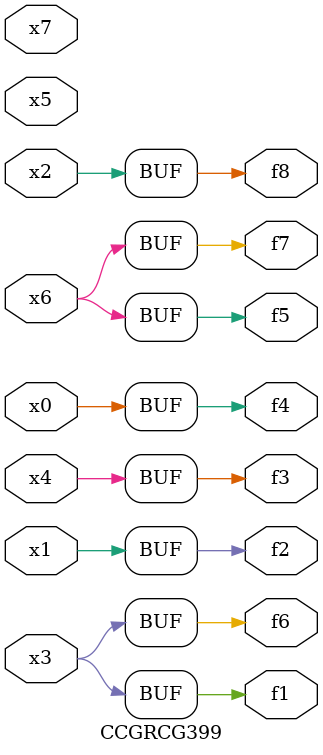
<source format=v>
module CCGRCG399(
	input x0, x1, x2, x3, x4, x5, x6, x7,
	output f1, f2, f3, f4, f5, f6, f7, f8
);
	assign f1 = x3;
	assign f2 = x1;
	assign f3 = x4;
	assign f4 = x0;
	assign f5 = x6;
	assign f6 = x3;
	assign f7 = x6;
	assign f8 = x2;
endmodule

</source>
